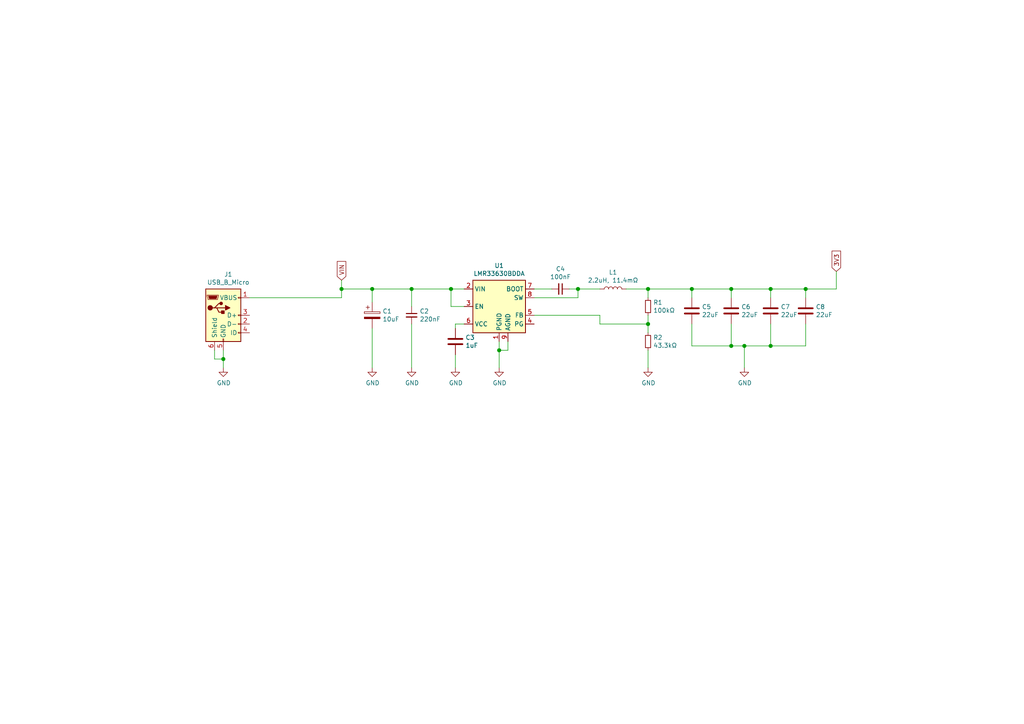
<source format=kicad_sch>
(kicad_sch (version 20210406) (generator eeschema)
  (paper "A4")
  (lib_symbols
    (symbol "Connector:USB_B_Micro" (pin_names (offset 1.016))
      (property "Reference" "J" (at -5.08 11.43 0))
      (property "Value" "USB_B_Micro" (at -5.08 8.89 0))
      (symbol "USB_B_Micro_0_1"
        (circle (center -3.81 2.159) (radius 0.635) (stroke (width 0.254)) (fill (type outline)))
        (circle (center -0.635 3.429) (radius 0.381) (stroke (width 0.254)) (fill (type outline)))
        (rectangle (start -0.127 -7.62) (end 0.127 -6.858))
        (rectangle (start 5.08 -5.207) (end 4.318 -4.953))
        (rectangle (start 5.08 -2.667) (end 4.318 -2.413))
        (rectangle (start 5.08 -0.127) (end 4.318 0.127))
        (rectangle (start 5.08 4.953) (end 4.318 5.207))
        (rectangle (start 0.254 1.27) (end -0.508 0.508) (stroke (width 0.254)) (fill (type outline)))
        (rectangle (start -5.08 -7.62) (end 5.08 7.62) (stroke (width 0.254)) (fill (type background)))
        (polyline (pts (xy -1.905 2.159) (xy 0.635 2.159)) (stroke (width 0.254)))
        (polyline (pts (xy -3.175 2.159) (xy -2.54 2.159) (xy -1.27 3.429) (xy -0.635 3.429)) (stroke (width 0.254)))
        (polyline (pts (xy -2.54 2.159) (xy -1.905 2.159) (xy -1.27 0.889) (xy 0 0.889)) (stroke (width 0.254)))
        (polyline (pts (xy -4.699 5.842) (xy -4.699 5.588) (xy -4.445 4.826) (xy -4.445 4.572) (xy -1.651 4.572) (xy -1.651 4.826) (xy -1.397 5.588) (xy -1.397 5.842) (xy -4.699 5.842)))
        (polyline (pts (xy 0.635 2.794) (xy 0.635 1.524) (xy 1.905 2.159) (xy 0.635 2.794)) (stroke (width 0.254)) (fill (type outline)))
        (polyline (pts (xy -4.318 5.588) (xy -1.778 5.588) (xy -2.032 4.826) (xy -4.064 4.826) (xy -4.318 5.588)) (fill (type outline)))
      )
      (symbol "USB_B_Micro_1_1"
        (pin power_out line (at 7.62 5.08 180) (length 2.54) (name "VBUS") (number "1"))
        (pin bidirectional line (at 7.62 -2.54 180) (length 2.54) (name "D-") (number "2"))
        (pin bidirectional line (at 7.62 0 180) (length 2.54) (name "D+") (number "3"))
        (pin passive line (at 7.62 -5.08 180) (length 2.54) (name "ID") (number "4"))
        (pin power_out line (at 0 -10.16 90) (length 2.54) (name "GND") (number "5"))
        (pin passive line (at -2.54 -10.16 90) (length 2.54) (name "Shield") (number "6"))
      )
    )
    (symbol "Device:C" (pin_numbers hide) (pin_names (offset 0.254))
      (property "Reference" "C" (at 0.635 2.54 0))
      (property "Value" "C" (at 0.635 -2.54 0))
      (symbol "C_0_1"
        (polyline (pts (xy -2.032 -0.762) (xy 2.032 -0.762)) (stroke (width 0.508)))
        (polyline (pts (xy -2.032 0.762) (xy 2.032 0.762)) (stroke (width 0.508)))
      )
      (symbol "C_1_1"
        (pin passive line (at 0 3.81 270) (length 2.794) (name "~") (number "1"))
        (pin passive line (at 0 -3.81 90) (length 2.794) (name "~") (number "2"))
      )
    )
    (symbol "Device:C_Polarized" (pin_numbers hide) (pin_names (offset 0.254))
      (property "Reference" "C" (at 0.635 2.54 0))
      (property "Value" "C_Polarized" (at 0.635 -2.54 0))
      (symbol "C_Polarized_0_1"
        (rectangle (start -2.286 0.508) (end 2.286 1.016))
        (rectangle (start 2.286 -0.508) (end -2.286 -1.016) (fill (type outline)))
        (polyline (pts (xy -1.778 2.286) (xy -0.762 2.286)))
        (polyline (pts (xy -1.27 2.794) (xy -1.27 1.778)))
      )
      (symbol "C_Polarized_1_1"
        (pin passive line (at 0 3.81 270) (length 2.794) (name "~") (number "1"))
        (pin passive line (at 0 -3.81 90) (length 2.794) (name "~") (number "2"))
      )
    )
    (symbol "Device:C_Small" (pin_numbers hide) (pin_names (offset 0.254) hide)
      (property "Reference" "C" (at 0.254 1.778 0))
      (property "Value" "C_Small" (at 0.254 -2.032 0))
      (symbol "C_Small_0_1"
        (polyline (pts (xy -1.524 -0.508) (xy 1.524 -0.508)) (stroke (width 0.3302)))
        (polyline (pts (xy -1.524 0.508) (xy 1.524 0.508)) (stroke (width 0.3048)))
      )
      (symbol "C_Small_1_1"
        (pin passive line (at 0 2.54 270) (length 2.032) (name "~") (number "1"))
        (pin passive line (at 0 -2.54 90) (length 2.032) (name "~") (number "2"))
      )
    )
    (symbol "Device:L" (pin_numbers hide) (pin_names (offset 1.016) hide)
      (property "Reference" "L" (at -1.27 0 90))
      (property "Value" "L" (at 1.905 0 90))
      (symbol "L_0_1"
        (arc (start 0 -2.54) (end 0 -1.27) (radius (at 0 -1.905) (length 0.635) (angles -89.9 89.9)))
        (arc (start 0 -1.27) (end 0 0) (radius (at 0 -0.635) (length 0.635) (angles -89.9 89.9)))
        (arc (start 0 0) (end 0 1.27) (radius (at 0 0.635) (length 0.635) (angles -89.9 89.9)))
        (arc (start 0 1.27) (end 0 2.54) (radius (at 0 1.905) (length 0.635) (angles -89.9 89.9)))
      )
      (symbol "L_1_1"
        (pin passive line (at 0 3.81 270) (length 1.27) (name "1") (number "1"))
        (pin passive line (at 0 -3.81 90) (length 1.27) (name "2") (number "2"))
      )
    )
    (symbol "Device:R_Small" (pin_numbers hide) (pin_names (offset 0.254) hide)
      (property "Reference" "R" (at 0.762 0.508 0))
      (property "Value" "R_Small" (at 0.762 -1.016 0))
      (symbol "R_Small_0_1"
        (rectangle (start -0.762 1.778) (end 0.762 -1.778) (stroke (width 0.2032)))
      )
      (symbol "R_Small_1_1"
        (pin passive line (at 0 2.54 270) (length 0.762) (name "~") (number "1"))
        (pin passive line (at 0 -2.54 90) (length 0.762) (name "~") (number "2"))
      )
    )
    (symbol "Regulator_Switching:LMR33630BDDA"
      (property "Reference" "U" (at 0 11.43 0))
      (property "Value" "LMR33630BDDA" (at 0 8.89 0))
      (symbol "LMR33630BDDA_0_1"
        (rectangle (start -7.62 7.62) (end 7.62 -7.62) (stroke (width 0.254)) (fill (type background)))
      )
      (symbol "LMR33630BDDA_1_1"
        (pin power_in line (at 0 -10.16 90) (length 2.54) (name "PGND") (number "1"))
        (pin power_in line (at -10.16 5.08 0) (length 2.54) (name "VIN") (number "2"))
        (pin input line (at -10.16 0 0) (length 2.54) (name "EN") (number "3"))
        (pin open_collector line (at 10.16 -5.08 180) (length 2.54) (name "PG") (number "4"))
        (pin input line (at 10.16 -2.54 180) (length 2.54) (name "FB") (number "5"))
        (pin power_out line (at -10.16 -5.08 0) (length 2.54) (name "VCC") (number "6"))
        (pin input line (at 10.16 5.08 180) (length 2.54) (name "BOOT") (number "7"))
        (pin output line (at 10.16 2.54 180) (length 2.54) (name "SW") (number "8"))
        (pin power_in line (at 2.54 -10.16 90) (length 2.54) (name "AGND") (number "9"))
      )
    )
    (symbol "power:GND" (power) (pin_names (offset 0))
      (property "Value" "GND" (at 0 -3.81 0))
      (symbol "GND_0_1"
        (polyline (pts (xy 0 0) (xy 0 -1.27) (xy 1.27 -1.27) (xy 0 -2.54) (xy -1.27 -1.27) (xy 0 -1.27)))
      )
      (symbol "GND_1_1"
        (pin power_in line (at 0 0 270) (length 0) hide (name "GND") (number "1"))
      )
    )
  )
  (junction (at 64.77 104.14) (diameter 1.016))
  (junction (at 99.06 83.82) (diameter 1.016))
  (junction (at 107.95 83.82) (diameter 1.016))
  (junction (at 119.38 83.82) (diameter 1.016))
  (junction (at 130.81 83.82) (diameter 1.016))
  (junction (at 144.78 101.6) (diameter 1.016))
  (junction (at 167.64 83.82) (diameter 1.016))
  (junction (at 187.96 83.82) (diameter 1.016))
  (junction (at 187.96 93.98) (diameter 1.016))
  (junction (at 200.66 83.82) (diameter 1.016))
  (junction (at 212.09 83.82) (diameter 1.016))
  (junction (at 212.09 100.33) (diameter 1.016))
  (junction (at 215.9 100.33) (diameter 1.016))
  (junction (at 223.52 83.82) (diameter 1.016))
  (junction (at 223.52 100.33) (diameter 1.016))
  (junction (at 233.68 83.82) (diameter 1.016))
  (wire (pts (xy 62.23 101.6) (xy 62.23 104.14)))
  (wire (pts (xy 62.23 104.14) (xy 64.77 104.14)))
  (wire (pts (xy 64.77 104.14) (xy 64.77 101.6)))
  (wire (pts (xy 64.77 106.68) (xy 64.77 104.14)))
  (wire (pts (xy 72.39 86.36) (xy 99.06 86.36)))
  (wire (pts (xy 99.06 83.82) (xy 99.06 81.28)))
  (wire (pts (xy 99.06 86.36) (xy 99.06 83.82)))
  (wire (pts (xy 107.95 83.82) (xy 99.06 83.82)))
  (wire (pts (xy 107.95 83.82) (xy 119.38 83.82)))
  (wire (pts (xy 107.95 87.63) (xy 107.95 83.82)))
  (wire (pts (xy 107.95 106.68) (xy 107.95 95.25)))
  (wire (pts (xy 119.38 83.82) (xy 130.81 83.82)))
  (wire (pts (xy 119.38 88.9) (xy 119.38 83.82)))
  (wire (pts (xy 119.38 93.98) (xy 119.38 106.68)))
  (wire (pts (xy 130.81 88.9) (xy 130.81 83.82)))
  (wire (pts (xy 132.08 93.98) (xy 134.62 93.98)))
  (wire (pts (xy 132.08 95.25) (xy 132.08 93.98)))
  (wire (pts (xy 132.08 106.68) (xy 132.08 102.87)))
  (wire (pts (xy 134.62 83.82) (xy 130.81 83.82)))
  (wire (pts (xy 134.62 88.9) (xy 130.81 88.9)))
  (wire (pts (xy 144.78 99.06) (xy 144.78 101.6)))
  (wire (pts (xy 144.78 101.6) (xy 144.78 106.68)))
  (wire (pts (xy 147.32 99.06) (xy 147.32 101.6)))
  (wire (pts (xy 147.32 101.6) (xy 144.78 101.6)))
  (wire (pts (xy 154.94 83.82) (xy 160.02 83.82)))
  (wire (pts (xy 154.94 86.36) (xy 167.64 86.36)))
  (wire (pts (xy 165.1 83.82) (xy 167.64 83.82)))
  (wire (pts (xy 167.64 83.82) (xy 173.99 83.82)))
  (wire (pts (xy 167.64 86.36) (xy 167.64 83.82)))
  (wire (pts (xy 173.99 91.44) (xy 154.94 91.44)))
  (wire (pts (xy 173.99 93.98) (xy 173.99 91.44)))
  (wire (pts (xy 181.61 83.82) (xy 187.96 83.82)))
  (wire (pts (xy 187.96 83.82) (xy 187.96 86.36)))
  (wire (pts (xy 187.96 91.44) (xy 187.96 93.98)))
  (wire (pts (xy 187.96 93.98) (xy 173.99 93.98)))
  (wire (pts (xy 187.96 93.98) (xy 187.96 96.52)))
  (wire (pts (xy 187.96 106.68) (xy 187.96 101.6)))
  (wire (pts (xy 200.66 83.82) (xy 187.96 83.82)))
  (wire (pts (xy 200.66 86.36) (xy 200.66 83.82)))
  (wire (pts (xy 200.66 93.98) (xy 200.66 100.33)))
  (wire (pts (xy 200.66 100.33) (xy 212.09 100.33)))
  (wire (pts (xy 212.09 83.82) (xy 200.66 83.82)))
  (wire (pts (xy 212.09 86.36) (xy 212.09 83.82)))
  (wire (pts (xy 212.09 93.98) (xy 212.09 100.33)))
  (wire (pts (xy 212.09 100.33) (xy 215.9 100.33)))
  (wire (pts (xy 215.9 100.33) (xy 223.52 100.33)))
  (wire (pts (xy 215.9 106.68) (xy 215.9 100.33)))
  (wire (pts (xy 223.52 83.82) (xy 212.09 83.82)))
  (wire (pts (xy 223.52 86.36) (xy 223.52 83.82)))
  (wire (pts (xy 223.52 93.98) (xy 223.52 100.33)))
  (wire (pts (xy 223.52 100.33) (xy 233.68 100.33)))
  (wire (pts (xy 233.68 83.82) (xy 223.52 83.82)))
  (wire (pts (xy 233.68 83.82) (xy 242.57 83.82)))
  (wire (pts (xy 233.68 86.36) (xy 233.68 83.82)))
  (wire (pts (xy 233.68 100.33) (xy 233.68 93.98)))
  (wire (pts (xy 242.57 83.82) (xy 242.57 78.74)))
  (global_label "VIN" (shape input) (at 99.06 81.28 90) (property "Intersheet References" "${INTERSHEET_REFS}" (effects hide)))
  (global_label "3V3" (shape input) (at 242.57 78.74 90) (property "Intersheet References" "${INTERSHEET_REFS}" (effects hide)))
  (symbol (lib_id "power:GND") (at 64.77 106.68 0) (unit 1)
    (property "Reference" "#PWR01" (effects hide))
    (property "Value" "GND" (at 64.897 111.0742 0))
  )
  (symbol (lib_id "power:GND") (at 107.95 106.68 0) (unit 1)
    (property "Reference" "#PWR02" (effects hide))
    (property "Value" "GND" (at 108.077 111.0742 0))
  )
  (symbol (lib_id "power:GND") (at 119.38 106.68 0) (unit 1)
    (property "Reference" "#PWR03" (effects hide))
    (property "Value" "GND" (at 119.507 111.0742 0))
  )
  (symbol (lib_id "power:GND") (at 132.08 106.68 0) (unit 1)
    (property "Reference" "#PWR04" (effects hide))
    (property "Value" "GND" (at 132.207 111.0742 0))
  )
  (symbol (lib_id "power:GND") (at 144.78 106.68 0) (unit 1)
    (property "Reference" "#PWR05" (effects hide))
    (property "Value" "GND" (at 144.907 111.0742 0))
  )
  (symbol (lib_id "power:GND") (at 187.96 106.68 0) (unit 1)
    (property "Reference" "#PWR06" (effects hide))
    (property "Value" "GND" (at 188.087 111.0742 0))
  )
  (symbol (lib_id "power:GND") (at 215.9 106.68 0) (unit 1)
    (property "Reference" "#PWR07" (effects hide))
    (property "Value" "GND" (at 216.027 111.0742 0))
  )
  (symbol (lib_id "Device:L") (at 177.8 83.82 90) (unit 1)
    (property "Reference" "L1" (at 177.8 78.994 90))
    (property "Value" "2.2uH, 11.4mΩ" (at 177.8 81.3054 90))
    (property "Footprint" "Inductor_SMD:L_Taiyo-Yuden_MD-5050" (effects hide))
    (property "MPN" "TYS50402R2N-10 " (effects hide))
  )
  (symbol (lib_id "Device:R_Small") (at 187.96 88.9 0) (unit 1)
    (property "Reference" "R1" (at 189.4586 87.7316 0) (effects (justify left)))
    (property "Value" "100kΩ" (at 189.4586 90.043 0) (effects (justify left)))
    (property "Footprint" "Resistor_SMD:R_1206_3216Metric" (effects hide))
  )
  (symbol (lib_id "Device:R_Small") (at 187.96 99.06 0) (unit 1)
    (property "Reference" "R2" (at 189.4586 97.8916 0) (effects (justify left)))
    (property "Value" "43.3kΩ" (at 189.4586 100.203 0) (effects (justify left)))
    (property "Footprint" "Resistor_SMD:R_1206_3216Metric" (effects hide))
  )
  (symbol (lib_id "Device:C_Small") (at 119.38 91.44 0) (unit 1)
    (property "Reference" "C2" (at 121.7168 90.2716 0) (effects (justify left)))
    (property "Value" "220nF" (at 121.7168 92.583 0) (effects (justify left)))
    (property "Footprint" "Capacitor_SMD:C_1206_3216Metric" (effects hide))
  )
  (symbol (lib_id "Device:C_Small") (at 162.56 83.82 270) (unit 1)
    (property "Reference" "C4" (at 162.56 78.0034 90))
    (property "Value" "100nF" (at 162.56 80.3148 90))
    (property "Footprint" "Capacitor_SMD:C_1206_3216Metric" (effects hide))
  )
  (symbol (lib_id "Device:C_Polarized") (at 107.95 91.44 0) (unit 1)
    (property "Reference" "C1" (at 110.9472 90.2716 0) (effects (justify left)))
    (property "Value" "10uF" (at 110.9472 92.583 0) (effects (justify left)))
    (property "Footprint" "Capacitor_SMD:C_1206_3216Metric" (effects hide))
  )
  (symbol (lib_id "Device:C") (at 132.08 99.06 0) (unit 1)
    (property "Reference" "C3" (at 135.001 97.8916 0) (effects (justify left)))
    (property "Value" "1uF" (at 135.001 100.203 0) (effects (justify left)))
    (property "Footprint" "Capacitor_SMD:C_1206_3216Metric" (effects hide))
  )
  (symbol (lib_id "Device:C") (at 200.66 90.17 0) (unit 1)
    (property "Reference" "C5" (at 203.581 89.0016 0) (effects (justify left)))
    (property "Value" "22uF" (at 203.581 91.313 0) (effects (justify left)))
    (property "Footprint" "Capacitor_SMD:C_1206_3216Metric" (effects hide))
  )
  (symbol (lib_id "Device:C") (at 212.09 90.17 0) (unit 1)
    (property "Reference" "C6" (at 215.011 89.0016 0) (effects (justify left)))
    (property "Value" "22uF" (at 215.011 91.313 0) (effects (justify left)))
    (property "Footprint" "Capacitor_SMD:C_1206_3216Metric" (effects hide))
  )
  (symbol (lib_id "Device:C") (at 223.52 90.17 0) (unit 1)
    (property "Reference" "C7" (at 226.441 89.0016 0) (effects (justify left)))
    (property "Value" "22uF" (at 226.441 91.313 0) (effects (justify left)))
    (property "Footprint" "Capacitor_SMD:C_1206_3216Metric" (effects hide))
  )
  (symbol (lib_id "Device:C") (at 233.68 90.17 0) (unit 1)
    (property "Reference" "C8" (at 236.601 89.0016 0) (effects (justify left)))
    (property "Value" "22uF" (at 236.601 91.313 0) (effects (justify left)))
    (property "Footprint" "Capacitor_SMD:C_1206_3216Metric" (effects hide))
  )
  (symbol (lib_id "Connector:USB_B_Micro") (at 64.77 91.44 0) (unit 1)
    (property "Reference" "J1" (at 66.2178 79.5782 0))
    (property "Value" "USB_B_Micro" (at 66.2178 81.8896 0))
    (property "Footprint" "Connector_USB:USB_Micro-AB_Molex_47590-0001" (effects hide))
    (property "Datasheet" "https://www.mouser.es/datasheet/2/276/0475900001_IO_CONNECTORS-704847.pdf" (effects hide))
    (property "MPN" "47590-0001 " (effects hide))
  )
  (symbol (lib_id "Regulator_Switching:LMR33630BDDA") (at 144.78 88.9 0) (unit 1)
    (property "Reference" "U1" (at 144.78 77.0382 0))
    (property "Value" "LMR33630BDDA" (at 144.78 79.3496 0))
    (property "Footprint" "Package_SO:Texas_HSOP-8-1EP_3.9x4.9mm_P1.27mm_ThermalVias" (effects hide))
    (property "Datasheet" "http://www.ti.com/lit/ds/symlink/lmr33630.pdf" (effects hide))
    (property "MPN" "LMR33630BDDAR" (effects hide))
  )
)
</source>
